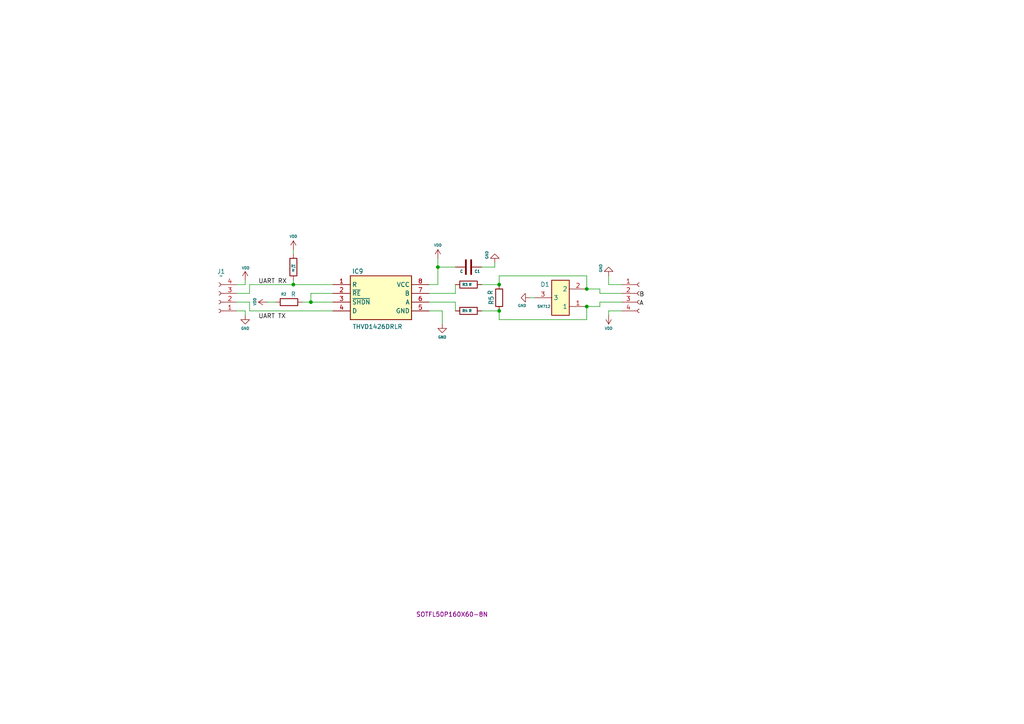
<source format=kicad_sch>
(kicad_sch (version 20231120) (generator "eeschema") (generator_version "8.0")
  (paper "A4")
  (lib_symbols
    (symbol "Connector:Conn_01x04_Socket" (pin_names (offset 1.016) hide)
      (property "Reference" "J" (at 0 5.08 0))
      (property "Value" "Conn_01x04_Socket" (at 0 -7.62 0))
      (symbol "Conn_01x04_Socket_1_1"
        (arc (start 0 -4.572) (mid -0.5058 -5.08) (end 0 -5.588) (stroke (width 0.1524)))
        (arc (start 0 -2.032) (mid -0.5058 -2.54) (end 0 -3.048) (stroke (width 0.1524)))
        (polyline (pts (xy -1.27 -5.08) (xy -0.508 -5.08)) (stroke (width 0.1524)))
        (polyline (pts (xy -1.27 -2.54) (xy -0.508 -2.54)) (stroke (width 0.1524)))
        (polyline (pts (xy -1.27 0) (xy -0.508 0)) (stroke (width 0.1524)))
        (polyline (pts (xy -1.27 2.54) (xy -0.508 2.54)) (stroke (width 0.1524)))
        (arc (start 0 0.508) (mid -0.5058 0) (end 0 -0.508) (stroke (width 0.1524)))
        (arc (start 0 3.048) (mid -0.5058 2.54) (end 0 2.032) (stroke (width 0.1524)))
        (pin passive line (at -5.08 2.54 0) (length 3.81) (name "Pin_1") (number "1"))
        (pin passive line (at -5.08 0 0) (length 3.81) (name "Pin_2") (number "2"))
        (pin passive line (at -5.08 -2.54 0) (length 3.81) (name "Pin_3") (number "3"))
        (pin passive line (at -5.08 -5.08 0) (length 3.81) (name "Pin_4") (number "4"))
      )
    )
    (symbol "Device:C" (pin_numbers hide) (pin_names (offset 0.254))
      (property "Reference" "C" (at 0.635 2.54 0))
      (property "Value" "C" (at 0.635 -2.54 0))
      (symbol "C_0_1"
        (polyline (pts (xy -2.032 -0.762) (xy 2.032 -0.762)) (stroke (width 0.508)))
        (polyline (pts (xy -2.032 0.762) (xy 2.032 0.762)) (stroke (width 0.508)))
      )
      (symbol "C_1_1"
        (pin passive line (at 0 3.81 270) (length 2.794) (name "~") (number "1"))
        (pin passive line (at 0 -3.81 90) (length 2.794) (name "~") (number "2"))
      )
    )
    (symbol "Device:R" (pin_numbers hide) (pin_names (offset 0))
      (property "Reference" "R" (at 2.032 0 90))
      (property "Value" "R" (at 0 0 90))
      (symbol "R_0_1"
        (rectangle (start -1.016 -2.54) (end 1.016 2.54) (stroke (width 0.254)))
      )
      (symbol "R_1_1"
        (pin passive line (at 0 3.81 270) (length 1.27) (name "~") (number "1"))
        (pin passive line (at 0 -3.81 90) (length 1.27) (name "~") (number "2"))
      )
    )
    (symbol "SM712:CDSOT23-SM712"
      (property "Reference" "D" (at 16.51 7.62 0))
      (property "Value" "CDSOT23-SM712" (at 16.51 5.08 0))
      (symbol "CDSOT23-SM712_1_1"
        (rectangle (start 5.08 2.54) (end 10.16 -7.62) (stroke (width 0.254)) (fill (type background)))
        (pin passive line (at 15.24 -5.08 180) (length 5.08) (name "1") (number "1"))
        (pin passive line (at 15.24 0 180) (length 5.08) (name "2") (number "2"))
        (pin passive line (at 0 -2.54 0) (length 5.08) (name "3") (number "3"))
      )
    )
    (symbol "THVD1426DRLR:THVD1426DRLR"
      (property "Reference" "IC" (at 5.588 4.572 0))
      (property "Value" "THVD1426DRLR" (at 5.334 -10.922 0))
      (symbol "THVD1426DRLR_1_1"
        (rectangle (start 5.08 2.54) (end 22.86 -10.16) (stroke (width 0.254)) (fill (type background)))
        (pin passive line (at 0 0 0) (length 5.08) (name "R") (number "1"))
        (pin passive line (at 0 -2.54 0) (length 5.08) (name "~{RE}") (number "2"))
        (pin passive line (at 0 -5.08 0) (length 5.08) (name "~{SHDN}") (number "3"))
        (pin passive line (at 0 -7.62 0) (length 5.08) (name "D") (number "4"))
        (pin passive line (at 27.94 -7.62 180) (length 5.08) (name "GND") (number "5"))
        (pin passive line (at 27.94 -5.08 180) (length 5.08) (name "A") (number "6"))
        (pin passive line (at 27.94 -2.54 180) (length 5.08) (name "B") (number "7"))
        (pin passive line (at 27.94 0 180) (length 5.08) (name "VCC") (number "8"))
      )
    )
    (symbol "power:GND" (power) (pin_numbers hide) (pin_names (offset 0) hide)
      (property "Value" "GND" (at 0 -3.81 0))
      (symbol "GND_0_1"
        (polyline (pts (xy 0 0) (xy 0 -1.27) (xy 1.27 -1.27) (xy 0 -2.54) (xy -1.27 -1.27) (xy 0 -1.27)))
      )
      (symbol "GND_1_1"
        (pin power_in line (at 0 0 270) (length 0) (name "~") (number "1"))
      )
    )
    (symbol "power:VDD" (power) (pin_numbers hide) (pin_names (offset 0) hide)
      (property "Value" "VDD" (at 0 3.556 0))
      (symbol "VDD_0_1"
        (polyline (pts (xy -0.762 1.27) (xy 0 2.54)))
        (polyline (pts (xy 0 0) (xy 0 2.54)))
        (polyline (pts (xy 0 2.54) (xy 0.762 1.27)))
      )
      (symbol "VDD_1_1"
        (pin power_in line (at 0 0 90) (length 0) (name "~") (number "1"))
      )
    )
  )
  (junction (at 144.78 82.55))
  (junction (at 144.78 90.17))
  (junction (at 170.18 83.82))
  (junction (at 127 77.47))
  (junction (at 170.18 88.9))
  (junction (at 85.09 82.55))
  (junction (at 90.17 87.63))
  (wire (pts (xy 72.39 85.09) (xy 72.39 82.55)))
  (wire (pts (xy 180.34 90.17) (xy 176.53 90.17)))
  (wire (pts (xy 170.18 80.01) (xy 144.78 80.01)))
  (wire (pts (xy 132.08 82.55) (xy 132.08 85.09)))
  (wire (pts (xy 72.39 90.17) (xy 96.52 90.17)))
  (wire (pts (xy 144.78 80.01) (xy 144.78 82.55)))
  (wire (pts (xy 85.09 81.28) (xy 85.09 82.55)))
  (wire (pts (xy 85.09 72.39) (xy 85.09 73.66)))
  (wire (pts (xy 153.67 86.36) (xy 154.94 86.36)))
  (wire (pts (xy 68.58 90.17) (xy 71.12 90.17)))
  (wire (pts (xy 72.39 90.17) (xy 72.39 87.63)))
  (wire (pts (xy 173.99 85.09) (xy 173.99 83.82)))
  (wire (pts (xy 124.46 90.17) (xy 128.27 90.17)))
  (wire (pts (xy 128.27 90.17) (xy 128.27 93.98)))
  (wire (pts (xy 176.53 90.17) (xy 176.53 91.44)))
  (wire (pts (xy 180.34 85.09) (xy 173.99 85.09)))
  (wire (pts (xy 139.7 90.17) (xy 144.78 90.17)))
  (wire (pts (xy 77.47 87.63) (xy 80.01 87.63)))
  (wire (pts (xy 127 77.47) (xy 127 74.93)))
  (wire (pts (xy 68.58 85.09) (xy 72.39 85.09)))
  (wire (pts (xy 144.78 92.71) (xy 144.78 90.17)))
  (wire (pts (xy 132.08 90.17) (xy 132.08 87.63)))
  (wire (pts (xy 90.17 87.63) (xy 96.52 87.63)))
  (wire (pts (xy 96.52 85.09) (xy 90.17 85.09)))
  (wire (pts (xy 143.51 77.47) (xy 143.51 76.2)))
  (wire (pts (xy 90.17 87.63) (xy 87.63 87.63)))
  (wire (pts (xy 170.18 83.82) (xy 170.18 80.01)))
  (wire (pts (xy 173.99 87.63) (xy 173.99 88.9)))
  (wire (pts (xy 124.46 82.55) (xy 127 82.55)))
  (wire (pts (xy 90.17 85.09) (xy 90.17 87.63)))
  (wire (pts (xy 170.18 92.71) (xy 144.78 92.71)))
  (wire (pts (xy 132.08 85.09) (xy 124.46 85.09)))
  (wire (pts (xy 68.58 82.55) (xy 71.12 82.55)))
  (wire (pts (xy 173.99 88.9) (xy 170.18 88.9)))
  (wire (pts (xy 72.39 82.55) (xy 85.09 82.55)))
  (wire (pts (xy 132.08 87.63) (xy 124.46 87.63)))
  (wire (pts (xy 72.39 87.63) (xy 68.58 87.63)))
  (wire (pts (xy 139.7 77.47) (xy 143.51 77.47)))
  (wire (pts (xy 71.12 82.55) (xy 71.12 81.28)))
  (wire (pts (xy 180.34 87.63) (xy 173.99 87.63)))
  (wire (pts (xy 139.7 82.55) (xy 144.78 82.55)))
  (wire (pts (xy 127 77.47) (xy 132.08 77.47)))
  (wire (pts (xy 85.09 82.55) (xy 96.52 82.55)))
  (wire (pts (xy 180.34 82.55) (xy 176.53 82.55)))
  (wire (pts (xy 173.99 83.82) (xy 170.18 83.82)))
  (wire (pts (xy 127 82.55) (xy 127 77.47)))
  (wire (pts (xy 176.53 82.55) (xy 176.53 80.01)))
  (wire (pts (xy 71.12 90.17) (xy 71.12 91.44)))
  (wire (pts (xy 170.18 88.9) (xy 170.18 92.71)))
  (label "UART TX" (at 74.93 92.71 0))
  (label "B" (at 185.42 86.36 0))
  (label "A" (at 185.42 88.9 0))
  (label "UART RX" (at 74.93 82.55 0))
  (symbol (lib_id "Device:R") (at 144.78 86.36 180) (unit 1)
    (property "Reference" "R5" (at 142.494 87.122 90))
    (property "Value" "R" (at 142.24 84.836 90))
    (property "Footprint" "Resistor_SMD:R_0603_1608Metric_Pad0.98x0.95mm_HandSolder" (effects (hide yes)))
    (property "Description" "Resistor" (effects (hide yes)))
  )
  (symbol (lib_id "power:GND") (at 143.51 76.2 180) (unit 1)
    (property "Reference" "#PWR6" (effects (hide yes)))
    (property "Value" "GND" (at 141.224 75.184 90) (effects (font (size 0.762 0.762)) (justify right)))
    (property "Description" "Power symbol creates a global label with name \"GND\" , ground" (effects (hide yes)))
  )
  (symbol (lib_id "power:VDD") (at 127 74.93 0) (unit 1)
    (property "Reference" "#PWR3" (effects (hide yes)))
    (property "Value" "VDD" (at 127 71.12 0) (effects (font (size 0.762 0.762))))
    (property "Description" "Power symbol creates a global label with name \"VDD\"" (effects (hide yes)))
  )
  (symbol (lib_id "power:GND") (at 128.27 93.98 0) (unit 1)
    (property "Reference" "#PWR5" (effects (hide yes)))
    (property "Value" "GND" (at 128.27 97.79 0) (effects (font (size 0.762 0.762))))
    (property "Description" "Power symbol creates a global label with name \"GND\" , ground" (effects (hide yes)))
  )
  (symbol (lib_id "power:GND") (at 153.67 86.36 270) (unit 1)
    (property "Reference" "#PWR4" (effects (hide yes)))
    (property "Value" "GND" (at 152.654 88.646 90) (effects (font (size 0.762 0.762)) (justify right)))
    (property "Description" "Power symbol creates a global label with name \"GND\" , ground" (effects (hide yes)))
  )
  (symbol (lib_id "Connector:Conn_01x04_Socket") (at 63.5 87.63 180) (unit 1)
    (property "Reference" "J1" (at 64.135 78.74 0))
    (property "Value" "~" (at 64.135 80.01 0))
    (property "Footprint" "Connector:FanPinHeader_1x04_P2.54mm_Vertical" (effects (hide yes)))
    (property "Description" "Generic connector, single row, 01x04, script generated" (effects (hide yes)))
  )
  (symbol (lib_id "power:VDD") (at 77.47 87.63 90) (unit 1)
    (property "Reference" "#PWR2" (effects (hide yes)))
    (property "Value" "VDD" (at 73.914 88.646 0) (effects (font (size 0.762 0.762)) (justify left)))
    (property "Description" "Power symbol creates a global label with name \"VDD\"" (effects (hide yes)))
  )
  (symbol (lib_id "Connector:Conn_01x04_Socket") (at 185.42 85.09 0) (unit 1)
    (property "Reference" "J2" (effects (hide yes)))
    (property "Value" "Conn_01x04_Socket" (effects (hide yes)))
    (property "Footprint" "Connector:FanPinHeader_1x04_P2.54mm_Vertical" (effects (hide yes)))
    (property "Description" "Generic connector, single row, 01x04, script generated" (effects (hide yes)))
  )
  (symbol (lib_id "THVD1426DRLR:THVD1426DRLR") (at 96.52 82.55 0) (unit 1)
    (property "Reference" "IC9" (at 102.108 77.978 0) (effects (justify left top)))
    (property "Value" "THVD1426DRLR" (at 109.474 94.742 0))
    (property "Footprint" "SOTFL50P160X60-8N" (at 120.65 177.47 0) (effects (justify left top)))
    (property "Datasheet" "https://www.ti.com/lit/ds/symlink/thvd1426.pdf?ts=1651644969093&ref_url=https%253A%252F%252Fwww.ti.com%252Fproduct%252FTHVD1426" (effects (hide yes)))
    (property "Description" "RS-422/RS-485 Interface IC 3.3-V to 5-V 12-Mbps half-duplex RS-485 transceiver auto-direction control &plusmn;12-kV IEC ESD" (effects (hide yes)))
    (property "Height" "0.6" (effects (hide yes)))
    (property "Mouser Part Number" "595-THVD1426DRLR" (effects (hide yes)))
    (property "Mouser Price/Stock" "https://www.mouser.co.uk/ProductDetail/Texas-Instruments/THVD1426DRLR?qs=MyNHzdoqoQLs3d4vk6PxSA%3D%3D" (effects (hide yes)))
    (property "Manufacturer_Name" "Texas Instruments" (effects (hide yes)))
    (property "Manufacturer_Part_Number" "THVD1426DRLR" (effects (hide yes)))
  )
  (symbol (lib_id "Device:R") (at 135.89 82.55 90) (unit 1)
    (property "Reference" "R3" (at 134.874 82.55 90) (effects (font (size 0.762 0.762))))
    (property "Value" "R" (at 136.398 82.55 90) (effects (font (size 0.762 0.762))))
    (property "Footprint" "Resistor_SMD:R_0603_1608Metric_Pad0.98x0.95mm_HandSolder" (effects (hide yes)))
    (property "Description" "Resistor" (effects (hide yes)))
  )
  (symbol (lib_id "SM712:CDSOT23-SM712") (at 154.94 83.82 0) (unit 1)
    (property "Reference" "D1" (at 156.718 81.788 0) (effects (justify left top)))
    (property "Value" "SM712" (at 157.734 88.9 0) (effects (font (size 0.762 0.762))))
    (property "Footprint" "SOT95P230X117-3N" (effects (hide yes)))
    (property "Description" "TVS Diode Dual Bi-Dir 7/12V 30KV SOT23 Bourns CDSOT23-SM712 Dual Bi-Directional TVS Diode, 400W peak, 3-Pin SOT-23" (effects (hide yes)))
    (property "Height" "1.17" (effects (hide yes)))
    (property "Mouser Part Number" "652-CDSOT23-SM712" (effects (hide yes)))
    (property "Mouser Price/Stock" "https://www.mouser.co.uk/ProductDetail/Bourns/CDSOT23-SM712?qs=FuI%252BOVLl4%2FLTY%2FGQ265RLA%3D%3D" (effects (hide yes)))
    (property "Manufacturer_Name" "Bourns" (effects (hide yes)))
    (property "Manufacturer_Part_Number" "CDSOT23-SM712" (effects (hide yes)))
  )
  (symbol (lib_id "power:GND") (at 71.12 91.44 0) (unit 1)
    (property "Reference" "#PWR10" (effects (hide yes)))
    (property "Value" "GND" (at 71.12 95.25 0) (effects (font (size 0.762 0.762))))
    (property "Description" "Power symbol creates a global label with name \"GND\" , ground" (effects (hide yes)))
  )
  (symbol (lib_id "Device:R") (at 135.89 90.17 90) (unit 1)
    (property "Reference" "R4" (at 134.874 90.17 90) (effects (font (size 0.762 0.762))))
    (property "Value" "R" (at 136.398 90.17 90) (effects (font (size 0.762 0.762))))
    (property "Footprint" "Resistor_SMD:R_0603_1608Metric_Pad0.98x0.95mm_HandSolder" (effects (hide yes)))
    (property "Description" "Resistor" (effects (hide yes)))
  )
  (symbol (lib_id "Device:R") (at 85.09 77.47 0) (unit 1)
    (property "Reference" "R1" (at 84.328 77.216 0) (effects (font (size 0.762 0.762)) (justify left)))
    (property "Value" "R" (at 84.582 78.486 0) (effects (font (size 0.762 0.762)) (justify left)))
    (property "Footprint" "Resistor_SMD:R_0603_1608Metric" (effects (hide yes)))
    (property "Description" "Resistor" (effects (hide yes)))
  )
  (symbol (lib_id "power:VDD") (at 71.12 81.28 0) (unit 1)
    (property "Reference" "#PWR9" (effects (hide yes)))
    (property "Value" "VDD" (at 70.104 77.724 0) (effects (font (size 0.762 0.762)) (justify left)))
    (property "Description" "Power symbol creates a global label with name \"VDD\"" (effects (hide yes)))
  )
  (symbol (lib_id "power:GND") (at 176.53 80.01 180) (unit 1)
    (property "Reference" "#PWR7" (effects (hide yes)))
    (property "Value" "GND" (at 174.244 78.994 90) (effects (font (size 0.762 0.762)) (justify right)))
    (property "Description" "Power symbol creates a global label with name \"GND\" , ground" (effects (hide yes)))
  )
  (symbol (lib_id "power:VDD") (at 176.53 91.44 180) (unit 1)
    (property "Reference" "#PWR8" (effects (hide yes)))
    (property "Value" "VDD" (at 176.53 95.25 0) (effects (font (size 0.762 0.762))))
    (property "Description" "Power symbol creates a global label with name \"VDD\"" (effects (hide yes)))
  )
  (symbol (lib_id "power:VDD") (at 85.09 72.39 0) (unit 1)
    (property "Reference" "#PWR1" (effects (hide yes)))
    (property "Value" "VDD" (at 85.09 68.58 0) (effects (font (size 0.762 0.762))))
    (property "Description" "Power symbol creates a global label with name \"VDD\"" (effects (hide yes)))
  )
  (symbol (lib_id "Device:R") (at 83.82 87.63 90) (unit 1)
    (property "Reference" "R2" (at 82.296 85.344 90) (effects (font (size 0.762 0.762))))
    (property "Value" "R" (at 85.09 85.344 90))
    (property "Footprint" "Resistor_SMD:R_0603_1608Metric_Pad0.98x0.95mm_HandSolder" (effects (hide yes)))
    (property "Description" "Resistor" (effects (hide yes)))
  )
  (symbol (lib_id "Device:C") (at 135.89 77.47 90) (unit 1)
    (property "Reference" "C1" (at 138.43 78.74 90) (effects (font (size 0.762 0.762))))
    (property "Value" "C" (at 133.858 78.74 90) (effects (font (size 0.762 0.762))))
    (property "Footprint" "Capacitor_SMD:C_0603_1608Metric_Pad1.08x0.95mm_HandSolder" (effects (hide yes)))
    (property "Description" "Unpolarized capacitor" (effects (hide yes)))
  )
)
</source>
